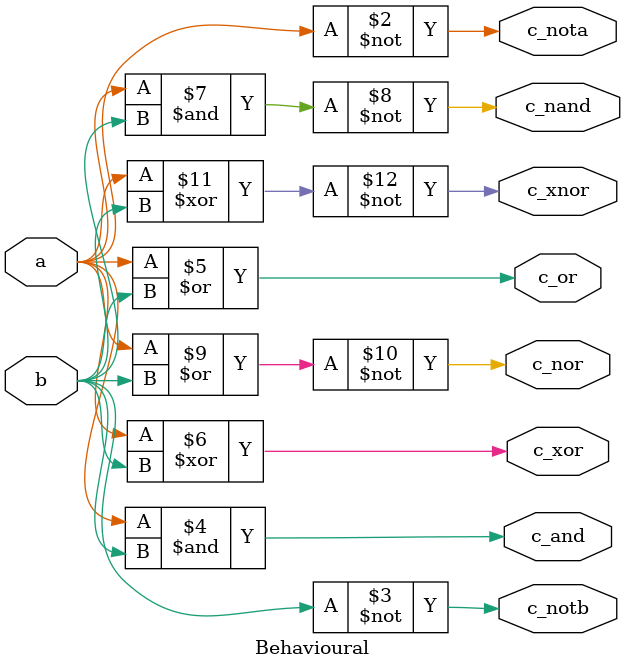
<source format=v>
`timescale 1ns / 1ps


module Behavioural(input a,b,output reg c_nota,c_notb,c_and,c_or,c_xor,c_nand,c_nor,c_xnor);
always @(*) begin
c_nota=~a;
c_notb=~b;
c_and=(a&b);
c_or=(a|b);
c_xor=a^b;
c_nand=~(a&b);
c_nor=~(a|b);
c_xnor=~(a^b);
end
endmodule

</source>
